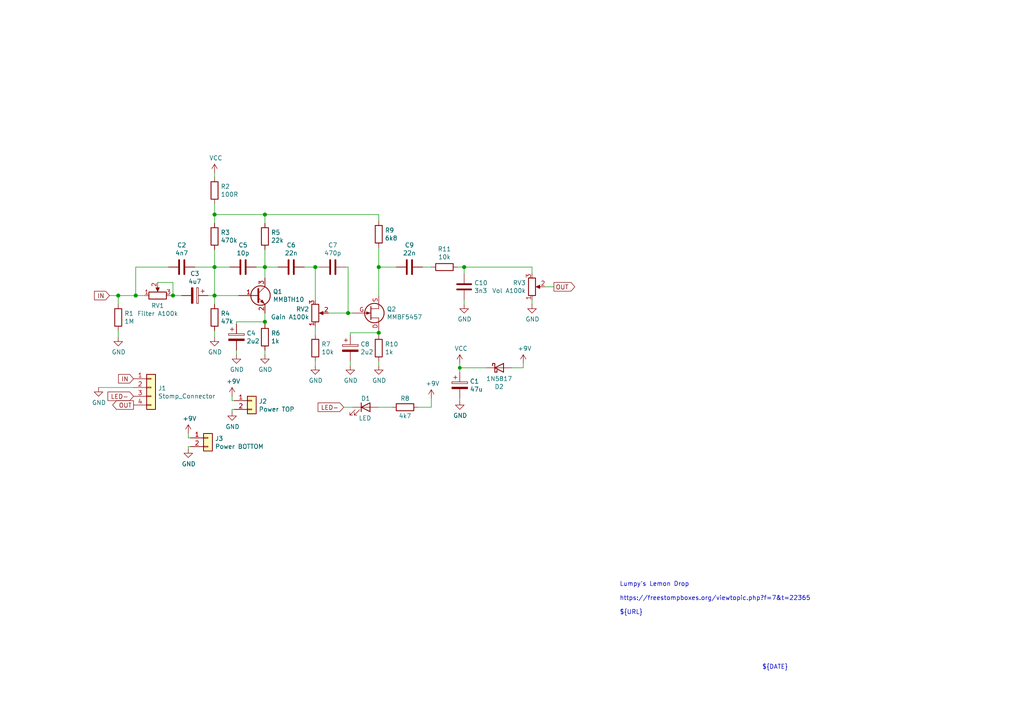
<source format=kicad_sch>
(kicad_sch (version 20211123) (generator eeschema)
  (paper "A4")
  (lib_symbols
    (symbol "Device:C" (pin_numbers hide) (pin_names (offset 0.254))
      (property "Reference" "C" (at 0.635 2.54 0))
      (property "Value" "C" (at 0.635 -2.54 0))
      (symbol "C_0_1"
        (polyline (pts (xy -2.032 -0.762) (xy 2.032 -0.762)) (stroke (width 0.508)))
        (polyline (pts (xy -2.032 0.762) (xy 2.032 0.762)) (stroke (width 0.508)))
      )
      (symbol "C_1_1"
        (pin passive line (at 0 3.81 270) (length 2.794) (name "~") (number "1"))
        (pin passive line (at 0 -3.81 90) (length 2.794) (name "~") (number "2"))
      )
    )
    (symbol "Device:CP" (pin_numbers hide) (pin_names (offset 0.254))
      (property "Reference" "C" (at 0.635 2.54 0))
      (property "Value" "CP" (at 0.635 -2.54 0))
      (symbol "CP_0_1"
        (rectangle (start -2.286 0.508) (end 2.286 1.016))
        (polyline (pts (xy -1.778 2.286) (xy -0.762 2.286)))
        (polyline (pts (xy -1.27 2.794) (xy -1.27 1.778)))
        (rectangle (start 2.286 -0.508) (end -2.286 -1.016) (fill (type outline)))
      )
      (symbol "CP_1_1"
        (pin passive line (at 0 3.81 270) (length 2.794) (name "~") (number "1"))
        (pin passive line (at 0 -3.81 90) (length 2.794) (name "~") (number "2"))
      )
    )
    (symbol "Device:LED" (pin_numbers hide) (pin_names (offset 1.016) hide)
      (property "Reference" "D" (at 0 2.54 0))
      (property "Value" "LED" (at 0 -2.54 0))
      (symbol "LED_0_1"
        (polyline (pts (xy -1.27 -1.27) (xy -1.27 1.27)) (stroke (width 0.254)))
        (polyline (pts (xy -1.27 0) (xy 1.27 0)))
        (polyline (pts (xy 1.27 -1.27) (xy 1.27 1.27) (xy -1.27 0) (xy 1.27 -1.27)) (stroke (width 0.254)))
        (polyline (pts (xy -3.048 -0.762) (xy -4.572 -2.286) (xy -3.81 -2.286) (xy -4.572 -2.286) (xy -4.572 -1.524)))
        (polyline (pts (xy -1.778 -0.762) (xy -3.302 -2.286) (xy -2.54 -2.286) (xy -3.302 -2.286) (xy -3.302 -1.524)))
      )
      (symbol "LED_1_1"
        (pin passive line (at -3.81 0 0) (length 2.54) (name "K") (number "1"))
        (pin passive line (at 3.81 0 180) (length 2.54) (name "A") (number "2"))
      )
    )
    (symbol "Device:R" (pin_numbers hide) (pin_names (offset 0))
      (property "Reference" "R" (at 2.032 0 90))
      (property "Value" "R" (at 0 0 90))
      (symbol "R_0_1"
        (rectangle (start -1.016 -2.54) (end 1.016 2.54) (stroke (width 0.254)))
      )
      (symbol "R_1_1"
        (pin passive line (at 0 3.81 270) (length 1.27) (name "~") (number "1"))
        (pin passive line (at 0 -3.81 90) (length 1.27) (name "~") (number "2"))
      )
    )
    (symbol "Device:R_POT" (pin_names (offset 1.016) hide)
      (property "Reference" "RV" (at -4.445 0 90))
      (property "Value" "R_POT" (at -2.54 0 90))
      (symbol "R_POT_0_1"
        (polyline (pts (xy 2.54 0) (xy 1.524 0)))
        (polyline (pts (xy 1.143 0) (xy 2.286 0.508) (xy 2.286 -0.508) (xy 1.143 0)) (fill (type outline)))
        (rectangle (start 1.016 2.54) (end -1.016 -2.54) (stroke (width 0.254)))
      )
      (symbol "R_POT_1_1"
        (pin passive line (at 0 3.81 270) (length 1.27) (name "1") (number "1"))
        (pin passive line (at 3.81 0 180) (length 1.27) (name "2") (number "2"))
        (pin passive line (at 0 -3.81 90) (length 1.27) (name "3") (number "3"))
      )
    )
    (symbol "Diode:1N5817" (pin_numbers hide) (pin_names (offset 1.016) hide)
      (property "Reference" "D" (at 0 2.54 0))
      (property "Value" "1N5817" (at 0 -2.54 0))
      (symbol "1N5817_0_1"
        (polyline (pts (xy 1.27 0) (xy -1.27 0)))
        (polyline (pts (xy 1.27 1.27) (xy 1.27 -1.27) (xy -1.27 0) (xy 1.27 1.27)) (stroke (width 0.254)))
        (polyline (pts (xy -1.905 0.635) (xy -1.905 1.27) (xy -1.27 1.27) (xy -1.27 -1.27) (xy -0.635 -1.27) (xy -0.635 -0.635)) (stroke (width 0.254)))
      )
      (symbol "1N5817_1_1"
        (pin passive line (at -3.81 0 0) (length 2.54) (name "K") (number "1"))
        (pin passive line (at 3.81 0 180) (length 2.54) (name "A") (number "2"))
      )
    )
    (symbol "gota-de-limon-rescue:MMBF5457-rockola_kicad_symbols" (pin_names (offset 0) hide)
      (property "Reference" "Q" (at 5.08 1.27 0))
      (property "Value" "MMBF5457-rockola_kicad_symbols" (at 5.08 -1.27 0))
      (symbol "MMBF5457-rockola_kicad_symbols_0_1"
        (polyline (pts (xy 0.254 1.905) (xy 0.254 -1.905) (xy 0.254 -1.905)) (stroke (width 0.254)))
        (polyline (pts (xy 2.54 -2.54) (xy 2.54 -1.27) (xy 0.254 -1.27)))
        (polyline (pts (xy 2.54 2.54) (xy 2.54 1.397) (xy 0.254 1.397)))
        (polyline (pts (xy 0 0) (xy -1.016 0.381) (xy -1.016 -0.381) (xy 0 0)) (fill (type outline)))
        (circle (center 1.27 0) (radius 2.8194) (stroke (width 0.254)))
      )
      (symbol "MMBF5457-rockola_kicad_symbols_1_1"
        (pin passive line (at 2.54 5.08 270) (length 2.54) (name "D") (number "D"))
        (pin input line (at -5.08 0 0) (length 5.334) (name "G") (number "G"))
        (pin passive line (at 2.54 -5.08 90) (length 2.54) (name "S") (number "S"))
      )
    )
    (symbol "gota-de-limon-rescue:Power_Connector-rockola_kicad_symbols" (pin_names (offset 1.016) hide)
      (property "Reference" "J" (at 0 2.54 0))
      (property "Value" "Power_Connector-rockola_kicad_symbols" (at 0 -5.08 0))
      (symbol "Power_Connector-rockola_kicad_symbols_1_1"
        (rectangle (start -1.27 -2.413) (end 0 -2.667) (stroke (width 0.1524)))
        (rectangle (start -1.27 0.127) (end 0 -0.127) (stroke (width 0.1524)))
        (rectangle (start -1.27 1.27) (end 1.27 -3.81) (stroke (width 0.254)) (fill (type background)))
        (pin passive line (at -5.08 0 0) (length 3.81) (name "PWR") (number "1"))
        (pin passive line (at -5.08 -2.54 0) (length 3.81) (name "GND") (number "2"))
      )
    )
    (symbol "gota-de-limon-rescue:Stomp_Connector-rockola_kicad_symbols" (pin_names (offset 1.016) hide)
      (property "Reference" "J" (at 0 5.08 0))
      (property "Value" "Stomp_Connector-rockola_kicad_symbols" (at 0 -7.62 0))
      (symbol "Stomp_Connector-rockola_kicad_symbols_1_1"
        (rectangle (start -1.27 -4.953) (end 0 -5.207) (stroke (width 0.1524)))
        (rectangle (start -1.27 -2.413) (end 0 -2.667) (stroke (width 0.1524)))
        (rectangle (start -1.27 0.127) (end 0 -0.127) (stroke (width 0.1524)))
        (rectangle (start -1.27 2.667) (end 0 2.413) (stroke (width 0.1524)))
        (rectangle (start -1.27 3.81) (end 1.27 -6.35) (stroke (width 0.254)) (fill (type background)))
        (pin passive line (at -5.08 2.54 0) (length 3.81) (name "IN") (number "1"))
        (pin passive line (at -5.08 0 0) (length 3.81) (name "GND") (number "2"))
        (pin passive line (at -5.08 -2.54 0) (length 3.81) (name "SW") (number "3"))
        (pin passive line (at -5.08 -5.08 0) (length 3.81) (name "OUT") (number "4"))
      )
    )
    (symbol "power:+9V" (power) (pin_names (offset 0))
      (property "Value" "+9V" (at 0 3.556 0))
      (symbol "+9V_0_1"
        (polyline (pts (xy -0.762 1.27) (xy 0 2.54)))
        (polyline (pts (xy 0 0) (xy 0 2.54)))
        (polyline (pts (xy 0 2.54) (xy 0.762 1.27)))
      )
      (symbol "+9V_1_1"
        (pin power_in line (at 0 0 90) (length 0) hide (name "+9V") (number "1"))
      )
    )
    (symbol "power:GND" (power) (pin_names (offset 0))
      (property "Value" "GND" (at 0 -3.81 0))
      (symbol "GND_0_1"
        (polyline (pts (xy 0 0) (xy 0 -1.27) (xy 1.27 -1.27) (xy 0 -2.54) (xy -1.27 -1.27) (xy 0 -1.27)))
      )
      (symbol "GND_1_1"
        (pin power_in line (at 0 0 270) (length 0) hide (name "GND") (number "1"))
      )
    )
    (symbol "power:VCC" (power) (pin_names (offset 0))
      (property "Value" "VCC" (at 0 3.81 0))
      (symbol "VCC_0_1"
        (polyline (pts (xy -0.762 1.27) (xy 0 2.54)))
        (polyline (pts (xy 0 0) (xy 0 2.54)))
        (polyline (pts (xy 0 2.54) (xy 0.762 1.27)))
      )
      (symbol "VCC_1_1"
        (pin power_in line (at 0 0 90) (length 0) hide (name "VCC") (number "1"))
      )
    )
    (symbol "rockola_symbols:MMBT5088" (pin_names (offset 0) hide)
      (property "Reference" "Q" (at 5.08 1.905 0))
      (property "Value" "MMBT5088" (at 5.08 0 0))
      (symbol "MMBT5088_0_1"
        (polyline (pts (xy 0.635 0.635) (xy 2.54 2.54)))
        (polyline (pts (xy 0.635 -0.635) (xy 2.54 -2.54) (xy 2.54 -2.54)))
        (polyline (pts (xy 0.635 1.905) (xy 0.635 -1.905) (xy 0.635 -1.905)) (stroke (width 0.508)))
        (polyline (pts (xy 1.27 -1.778) (xy 1.778 -1.27) (xy 2.286 -2.286) (xy 1.27 -1.778) (xy 1.27 -1.778)) (fill (type outline)))
        (circle (center 1.27 0) (radius 2.8194) (stroke (width 0.254)))
      )
      (symbol "MMBT5088_1_1"
        (pin passive line (at -5.08 0 0) (length 5.715) (name "B") (number "1"))
        (pin passive line (at 2.54 -5.08 90) (length 2.54) (name "E") (number "2"))
        (pin passive line (at 2.54 5.08 270) (length 2.54) (name "C") (number "3"))
      )
    )
  )
  (junction (at 76.835 62.23) (diameter 1.016))
  (junction (at 133.35 106.68) (diameter 0.9144))
  (junction (at 62.23 85.725) (diameter 1.016))
  (junction (at 76.835 93.345) (diameter 1.016))
  (junction (at 39.37 85.725) (diameter 1.016))
  (junction (at 109.855 77.47) (diameter 1.016))
  (junction (at 62.23 77.47) (diameter 1.016))
  (junction (at 109.855 96.52) (diameter 1.016))
  (junction (at 50.165 85.725) (diameter 1.016))
  (junction (at 62.23 62.23) (diameter 1.016))
  (junction (at 76.835 77.47) (diameter 1.016))
  (junction (at 34.29 85.725) (diameter 1.016))
  (junction (at 100.965 90.805) (diameter 1.016))
  (junction (at 134.62 77.47) (diameter 1.016))
  (junction (at 91.44 77.47) (diameter 1.016))
  (wire (pts (xy 109.855 77.47) (xy 114.935 77.47)))
  (wire (pts (xy 56.515 77.47) (xy 62.23 77.47)))
  (wire (pts (xy 133.35 106.68) (xy 133.35 107.95)))
  (wire (pts (xy 67.31 118.745) (xy 67.945 118.745)))
  (wire (pts (xy 125.095 115.57) (xy 125.095 118.11)))
  (wire (pts (xy 39.37 85.725) (xy 41.91 85.725)))
  (wire (pts (xy 39.37 77.47) (xy 39.37 85.725)))
  (wire (pts (xy 76.835 77.47) (xy 76.835 80.645)))
  (wire (pts (xy 109.855 104.775) (xy 109.855 106.045)))
  (wire (pts (xy 50.165 81.915) (xy 50.165 85.725)))
  (wire (pts (xy 95.25 90.805) (xy 100.965 90.805)))
  (wire (pts (xy 62.23 64.77) (xy 62.23 62.23)))
  (wire (pts (xy 45.72 81.915) (xy 50.165 81.915)))
  (wire (pts (xy 154.305 77.47) (xy 134.62 77.47)))
  (wire (pts (xy 54.61 127) (xy 55.245 127)))
  (wire (pts (xy 62.23 77.47) (xy 62.23 85.725)))
  (wire (pts (xy 100.965 90.805) (xy 102.235 90.805)))
  (wire (pts (xy 68.58 93.98) (xy 68.58 93.345)))
  (wire (pts (xy 91.44 77.47) (xy 92.71 77.47)))
  (wire (pts (xy 109.855 77.47) (xy 109.855 85.725)))
  (wire (pts (xy 100.965 77.47) (xy 100.33 77.47)))
  (wire (pts (xy 62.23 85.725) (xy 60.325 85.725)))
  (wire (pts (xy 76.835 72.39) (xy 76.835 77.47)))
  (wire (pts (xy 34.29 95.885) (xy 34.29 97.79)))
  (wire (pts (xy 67.31 114.935) (xy 67.31 116.205)))
  (wire (pts (xy 158.115 83.185) (xy 160.655 83.185)))
  (wire (pts (xy 148.59 106.68) (xy 151.765 106.68)))
  (wire (pts (xy 74.295 77.47) (xy 76.835 77.47)))
  (wire (pts (xy 62.23 72.39) (xy 62.23 77.47)))
  (wire (pts (xy 134.62 79.375) (xy 134.62 77.47)))
  (wire (pts (xy 68.58 101.6) (xy 68.58 102.87)))
  (wire (pts (xy 101.6 97.155) (xy 101.6 96.52)))
  (wire (pts (xy 62.23 77.47) (xy 66.675 77.47)))
  (wire (pts (xy 91.44 77.47) (xy 88.265 77.47)))
  (wire (pts (xy 68.58 93.345) (xy 76.835 93.345)))
  (wire (pts (xy 109.855 71.755) (xy 109.855 77.47)))
  (wire (pts (xy 62.23 95.885) (xy 62.23 97.79)))
  (wire (pts (xy 48.895 77.47) (xy 39.37 77.47)))
  (wire (pts (xy 62.23 85.725) (xy 62.23 88.265)))
  (wire (pts (xy 34.29 85.725) (xy 31.75 85.725)))
  (wire (pts (xy 91.44 86.995) (xy 91.44 77.47)))
  (wire (pts (xy 109.855 62.23) (xy 76.835 62.23)))
  (wire (pts (xy 34.29 85.725) (xy 39.37 85.725)))
  (wire (pts (xy 62.23 50.165) (xy 62.23 51.435)))
  (wire (pts (xy 133.35 105.41) (xy 133.35 106.68)))
  (wire (pts (xy 100.965 90.805) (xy 100.965 77.47)))
  (wire (pts (xy 76.835 62.23) (xy 76.835 64.77)))
  (wire (pts (xy 109.855 95.885) (xy 109.855 96.52)))
  (wire (pts (xy 62.23 85.725) (xy 69.215 85.725)))
  (wire (pts (xy 62.23 62.23) (xy 76.835 62.23)))
  (wire (pts (xy 28.575 112.395) (xy 38.735 112.395)))
  (wire (pts (xy 109.855 96.52) (xy 109.855 97.155)))
  (wire (pts (xy 151.765 106.68) (xy 151.765 105.41)))
  (wire (pts (xy 54.61 129.54) (xy 55.245 129.54)))
  (wire (pts (xy 99.695 118.11) (xy 102.235 118.11)))
  (wire (pts (xy 34.29 88.265) (xy 34.29 85.725)))
  (wire (pts (xy 133.35 106.68) (xy 140.97 106.68)))
  (wire (pts (xy 101.6 96.52) (xy 109.855 96.52)))
  (wire (pts (xy 49.53 85.725) (xy 50.165 85.725)))
  (wire (pts (xy 122.555 77.47) (xy 125.095 77.47)))
  (wire (pts (xy 154.305 86.995) (xy 154.305 88.265)))
  (wire (pts (xy 67.31 118.745) (xy 67.31 119.38)))
  (wire (pts (xy 101.6 104.775) (xy 101.6 106.045)))
  (wire (pts (xy 76.835 90.805) (xy 76.835 93.345)))
  (wire (pts (xy 76.835 101.6) (xy 76.835 102.87)))
  (wire (pts (xy 134.62 86.995) (xy 134.62 88.265)))
  (wire (pts (xy 134.62 77.47) (xy 132.715 77.47)))
  (wire (pts (xy 76.835 93.345) (xy 76.835 93.98)))
  (wire (pts (xy 62.23 59.055) (xy 62.23 62.23)))
  (wire (pts (xy 54.61 125.73) (xy 54.61 127)))
  (wire (pts (xy 67.31 116.205) (xy 67.945 116.205)))
  (wire (pts (xy 109.855 64.135) (xy 109.855 62.23)))
  (wire (pts (xy 54.61 129.54) (xy 54.61 130.175)))
  (wire (pts (xy 91.44 94.615) (xy 91.44 97.155)))
  (wire (pts (xy 76.835 77.47) (xy 80.645 77.47)))
  (wire (pts (xy 50.165 85.725) (xy 52.705 85.725)))
  (wire (pts (xy 133.35 115.57) (xy 133.35 116.205)))
  (wire (pts (xy 154.305 79.375) (xy 154.305 77.47)))
  (wire (pts (xy 109.855 118.11) (xy 113.665 118.11)))
  (wire (pts (xy 91.44 104.775) (xy 91.44 106.045)))
  (wire (pts (xy 125.095 118.11) (xy 121.285 118.11)))
  (text "${DATE}\n" (at 228.6 194.31 180) (effects (font (size 1.27 1.27)) (justify right bottom)))
  (text "${TITLE}" (at 236.22 191.135 180) (effects (font (size 2.007 2.007)) (justify right bottom)))
  (text "Lumpy's Lemon Drop\n\nhttps://freestompboxes.org/viewtopic.php?f=7&t=22365\n\n${URL}" (at 179.705 178.435 0) (effects (font (size 1.27 1.27)) (justify left bottom)))
  (text "${REVISION}" (at 274.955 193.675 180) (effects (font (size 1.27 1.27)) (justify right bottom)))
  (global_label "LED-" (shape input) (at 99.695 118.11 180) (property "Intersheet References" "${INTERSHEET_REFS}" (effects hide)))
  (global_label "OUT" (shape output) (at 160.655 83.185 0) (property "Intersheet References" "${INTERSHEET_REFS}" (effects hide)))
  (global_label "LED-" (shape input) (at 38.735 114.935 180) (property "Intersheet References" "${INTERSHEET_REFS}" (effects hide)))
  (global_label "OUT" (shape output) (at 38.735 117.475 180) (property "Intersheet References" "${INTERSHEET_REFS}" (effects hide)))
  (global_label "IN" (shape input) (at 31.75 85.725 180) (property "Intersheet References" "${INTERSHEET_REFS}" (effects hide)))
  (global_label "IN" (shape input) (at 38.735 109.855 180) (property "Intersheet References" "${INTERSHEET_REFS}" (effects hide)))
  (symbol (lib_id "gota-de-limon-rescue:Stomp_Connector-rockola_kicad_symbols") (at 43.815 112.395 0) (unit 1)
    (property "Reference" "J1" (at 45.847 112.5982 0) (effects (justify left)))
    (property "Value" "Stomp_Connector" (at 45.847 114.9096 0) (effects (justify left)))
    (property "Footprint" "rockola_kicad_footprints:Stomp_4pin" (effects hide))
  )
  (symbol (lib_id "power:GND") (at 28.575 112.395 0) (unit 1)
    (property "Reference" "#PWR01" (effects hide))
    (property "Value" "GND" (at 28.702 116.7892 0))
  )
  (symbol (lib_id "gota-de-limon-rescue:Power_Connector-rockola_kicad_symbols") (at 73.025 116.205 0) (unit 1)
    (property "Reference" "J2" (at 75.057 116.4082 0) (effects (justify left)))
    (property "Value" "Power TOP" (at 75.057 118.7196 0) (effects (justify left)))
    (property "Footprint" "rockola_kicad_footprints:Power_Header_2pin" (effects hide))
  )
  (symbol (lib_id "power:GND") (at 67.31 119.38 0) (unit 1)
    (property "Reference" "#PWR03" (effects hide))
    (property "Value" "GND" (at 67.437 123.7742 0))
  )
  (symbol (lib_id "Device:LED") (at 106.045 118.11 0) (unit 1)
    (property "Reference" "D1" (at 106.045 115.57 0))
    (property "Value" "LED" (at 105.8672 121.285 0))
    (property "Footprint" "LED_THT:LED_D3.0mm" (effects hide))
  )
  (symbol (lib_id "Device:R") (at 117.475 118.11 90) (unit 1)
    (property "Reference" "R8" (at 117.475 115.57 90))
    (property "Value" "4k7" (at 117.475 120.65 90))
    (property "Footprint" "rockola_kicad_footprints:R_DIN0207" (effects hide))
  )
  (symbol (lib_id "Diode:1N5817") (at 144.78 106.68 0) (unit 1)
    (property "Reference" "D2" (at 144.78 112.1664 0))
    (property "Value" "1N5817" (at 144.78 109.855 0))
    (property "Footprint" "Diode_THT:D_DO-41_SOD81_P7.62mm_Horizontal" (effects hide))
    (property "Datasheet" "http://www.vishay.com/docs/88525/1n5817.pdf" (effects hide))
  )
  (symbol (lib_id "power:+9V") (at 151.765 105.41 0) (unit 1)
    (property "Reference" "#PWR017" (effects hide))
    (property "Value" "+9V" (at 152.146 101.092 0))
  )
  (symbol (lib_id "Device:R") (at 34.29 92.075 0) (unit 1)
    (property "Reference" "R1" (at 36.068 90.932 0) (effects (justify left)))
    (property "Value" "1M" (at 36.068 93.218 0) (effects (justify left)))
    (property "Footprint" "rockola_kicad_footprints:R_DIN0207" (effects hide))
  )
  (symbol (lib_id "power:GND") (at 34.29 97.79 0) (unit 1)
    (property "Reference" "#PWR02" (effects hide))
    (property "Value" "GND" (at 34.417 102.108 0))
  )
  (symbol (lib_id "Device:R_POT") (at 45.72 85.725 90) (unit 1)
    (property "Reference" "RV1" (at 45.72 88.646 90))
    (property "Value" "Filter A100k" (at 45.72 90.9574 90))
    (property "Footprint" "rockola_kicad_footprints:16mm_BoardMount" (effects hide))
  )
  (symbol (lib_id "Device:CP") (at 56.515 85.725 270) (unit 1)
    (property "Reference" "C3" (at 56.515 79.3496 90))
    (property "Value" "4u7" (at 56.515 81.661 90))
    (property "Footprint" "rockola_kicad_footprints:CP_D5.0_P2.50" (effects hide))
  )
  (symbol (lib_id "Device:C") (at 52.705 77.47 90) (unit 1)
    (property "Reference" "C2" (at 52.705 71.0946 90))
    (property "Value" "4n7" (at 52.705 73.406 90))
    (property "Footprint" "rockola_kicad_footprints:C_Box_7.2_2.5" (effects hide))
  )
  (symbol (lib_id "rockola_symbols:MMBT5088") (at 74.295 85.725 0) (unit 1)
    (property "Reference" "Q1" (at 79.1464 84.582 0) (effects (justify left)))
    (property "Value" "MMBTH10" (at 79.1464 86.868 0) (effects (justify left)))
    (property "Footprint" "Package_TO_SOT_SMD:SOT-23" (effects hide))
    (property "Datasheet" "https://www.fairchildsemi.com/datasheets/2N/2N3904.pdf" (effects hide))
  )
  (symbol (lib_id "Device:R") (at 62.23 92.075 0) (unit 1)
    (property "Reference" "R4" (at 64.008 90.932 0) (effects (justify left)))
    (property "Value" "47k" (at 64.008 93.218 0) (effects (justify left)))
    (property "Footprint" "rockola_kicad_footprints:R_DIN0207" (effects hide))
  )
  (symbol (lib_id "power:GND") (at 62.23 97.79 0) (unit 1)
    (property "Reference" "#PWR07" (effects hide))
    (property "Value" "GND" (at 62.357 102.108 0))
  )
  (symbol (lib_id "Device:R") (at 62.23 68.58 0) (unit 1)
    (property "Reference" "R3" (at 64.008 67.437 0) (effects (justify left)))
    (property "Value" "470k" (at 64.008 69.723 0) (effects (justify left)))
    (property "Footprint" "rockola_kicad_footprints:R_DIN0207" (effects hide))
  )
  (symbol (lib_id "Device:C") (at 70.485 77.47 90) (unit 1)
    (property "Reference" "C5" (at 70.485 71.0946 90))
    (property "Value" "10p" (at 70.485 73.406 90))
    (property "Footprint" "rockola_kicad_footprints:C_Box_7.2_2.5" (effects hide))
  )
  (symbol (lib_id "Device:R") (at 76.835 68.58 0) (unit 1)
    (property "Reference" "R5" (at 78.613 67.437 0) (effects (justify left)))
    (property "Value" "22k" (at 78.613 69.723 0) (effects (justify left)))
    (property "Footprint" "rockola_kicad_footprints:R_DIN0207" (effects hide))
  )
  (symbol (lib_id "Device:R") (at 76.835 97.79 0) (unit 1)
    (property "Reference" "R6" (at 78.613 96.647 0) (effects (justify left)))
    (property "Value" "1k" (at 78.613 98.933 0) (effects (justify left)))
    (property "Footprint" "rockola_kicad_footprints:R_DIN0207" (effects hide))
  )
  (symbol (lib_id "power:GND") (at 76.835 102.87 0) (unit 1)
    (property "Reference" "#PWR09" (effects hide))
    (property "Value" "GND" (at 76.962 107.188 0))
  )
  (symbol (lib_id "Device:CP") (at 68.58 97.79 0) (unit 1)
    (property "Reference" "C4" (at 71.501 96.647 0) (effects (justify left)))
    (property "Value" "2u2" (at 71.501 98.933 0) (effects (justify left)))
    (property "Footprint" "rockola_kicad_footprints:CP_D5.0_P2.50" (effects hide))
  )
  (symbol (lib_id "power:GND") (at 68.58 102.87 0) (unit 1)
    (property "Reference" "#PWR08" (effects hide))
    (property "Value" "GND" (at 68.707 107.188 0))
  )
  (symbol (lib_id "Device:C") (at 84.455 77.47 90) (unit 1)
    (property "Reference" "C6" (at 84.455 71.0946 90))
    (property "Value" "22n" (at 84.455 73.406 90))
    (property "Footprint" "rockola_kicad_footprints:C_Box_7.2_2.5" (effects hide))
  )
  (symbol (lib_id "Device:C") (at 96.52 77.47 90) (unit 1)
    (property "Reference" "C7" (at 96.52 71.0946 90))
    (property "Value" "470p" (at 96.52 73.406 90))
    (property "Footprint" "rockola_kicad_footprints:C_Box_7.2_2.5" (effects hide))
  )
  (symbol (lib_id "Device:R_POT") (at 91.44 90.805 0) (mirror x) (unit 1)
    (property "Reference" "RV2" (at 89.662 89.662 0) (effects (justify right)))
    (property "Value" "Gain A100k" (at 89.662 91.948 0) (effects (justify right)))
    (property "Footprint" "rockola_kicad_footprints:16mm_BoardMount" (effects hide))
  )
  (symbol (lib_id "Device:R") (at 91.44 100.965 0) (unit 1)
    (property "Reference" "R7" (at 93.218 99.822 0) (effects (justify left)))
    (property "Value" "10k" (at 93.218 102.108 0) (effects (justify left)))
    (property "Footprint" "rockola_kicad_footprints:R_DIN0207" (effects hide))
  )
  (symbol (lib_id "power:GND") (at 91.44 106.045 0) (unit 1)
    (property "Reference" "#PWR010" (effects hide))
    (property "Value" "GND" (at 91.567 110.363 0))
  )
  (symbol (lib_id "gota-de-limon-rescue:MMBF5457-rockola_kicad_symbols") (at 107.315 90.805 0) (mirror x) (unit 1)
    (property "Reference" "Q2" (at 112.1664 89.662 0) (effects (justify left)))
    (property "Value" "MMBF5457" (at 112.1664 91.948 0) (effects (justify left)))
    (property "Footprint" "rockola_kicad_footprints:SOT-23_NJFET_DSG_Handsoldering" (effects hide))
  )
  (symbol (lib_id "Device:R") (at 109.855 67.945 0) (unit 1)
    (property "Reference" "R9" (at 111.633 66.802 0) (effects (justify left)))
    (property "Value" "6k8" (at 111.633 69.088 0) (effects (justify left)))
    (property "Footprint" "rockola_kicad_footprints:R_DIN0207" (effects hide))
  )
  (symbol (lib_id "Device:R") (at 109.855 100.965 0) (unit 1)
    (property "Reference" "R10" (at 111.633 99.822 0) (effects (justify left)))
    (property "Value" "1k" (at 111.633 102.108 0) (effects (justify left)))
    (property "Footprint" "rockola_kicad_footprints:R_DIN0207" (effects hide))
  )
  (symbol (lib_id "power:GND") (at 109.855 106.045 0) (unit 1)
    (property "Reference" "#PWR012" (effects hide))
    (property "Value" "GND" (at 109.982 110.363 0))
  )
  (symbol (lib_id "Device:CP") (at 101.6 100.965 0) (unit 1)
    (property "Reference" "C8" (at 104.521 99.822 0) (effects (justify left)))
    (property "Value" "2u2" (at 104.521 102.108 0) (effects (justify left)))
    (property "Footprint" "rockola_kicad_footprints:CP_D5.0_P2.50" (effects hide))
  )
  (symbol (lib_id "power:GND") (at 101.6 106.045 0) (unit 1)
    (property "Reference" "#PWR011" (effects hide))
    (property "Value" "GND" (at 101.727 110.363 0))
  )
  (symbol (lib_id "Device:C") (at 118.745 77.47 90) (unit 1)
    (property "Reference" "C9" (at 118.745 71.0946 90))
    (property "Value" "22n" (at 118.745 73.406 90))
    (property "Footprint" "rockola_kicad_footprints:C_Box_7.2_2.5" (effects hide))
  )
  (symbol (lib_id "Device:R") (at 128.905 77.47 90) (unit 1)
    (property "Reference" "R11" (at 128.905 72.2376 90))
    (property "Value" "10k" (at 128.905 74.549 90))
    (property "Footprint" "rockola_kicad_footprints:R_DIN0207" (effects hide))
  )
  (symbol (lib_id "Device:C") (at 134.62 83.185 0) (unit 1)
    (property "Reference" "C10" (at 137.541 82.042 0) (effects (justify left)))
    (property "Value" "3n3" (at 137.541 84.328 0) (effects (justify left)))
    (property "Footprint" "rockola_kicad_footprints:C_Box_7.2_2.5" (effects hide))
  )
  (symbol (lib_id "power:GND") (at 134.62 88.265 0) (unit 1)
    (property "Reference" "#PWR015" (effects hide))
    (property "Value" "GND" (at 134.747 92.583 0))
  )
  (symbol (lib_id "Device:R_POT") (at 154.305 83.185 0) (mirror x) (unit 1)
    (property "Reference" "RV3" (at 152.527 82.042 0) (effects (justify right)))
    (property "Value" "Vol A100k" (at 152.527 84.328 0) (effects (justify right)))
    (property "Footprint" "rockola_kicad_footprints:16mm_BoardMount" (effects hide))
  )
  (symbol (lib_id "power:GND") (at 154.305 88.265 0) (unit 1)
    (property "Reference" "#PWR016" (effects hide))
    (property "Value" "GND" (at 154.432 92.583 0))
  )
  (symbol (lib_id "power:VCC") (at 62.23 50.165 0) (unit 1)
    (property "Reference" "#PWR0101" (effects hide))
    (property "Value" "VCC" (at 62.5983 45.8406 0))
  )
  (symbol (lib_id "power:+9V") (at 67.31 114.935 0) (unit 1)
    (property "Reference" "#PWR0102" (effects hide))
    (property "Value" "+9V" (at 67.6783 110.6106 0))
  )
  (symbol (lib_id "power:VCC") (at 133.35 105.41 0) (unit 1)
    (property "Reference" "#PWR0103" (effects hide))
    (property "Value" "VCC" (at 133.7183 101.0856 0))
  )
  (symbol (lib_id "power:+9V") (at 125.095 115.57 0) (unit 1)
    (property "Reference" "#PWR0104" (effects hide))
    (property "Value" "+9V" (at 125.4633 111.2456 0))
  )
  (symbol (lib_id "power:GND") (at 133.35 116.205 0) (unit 1)
    (property "Reference" "#PWR0105" (effects hide))
    (property "Value" "GND" (at 133.4643 120.5294 0))
  )
  (symbol (lib_id "Device:R") (at 62.23 55.245 0) (unit 1)
    (property "Reference" "R2" (at 64.0081 54.0956 0) (effects (justify left)))
    (property "Value" "100R" (at 64.0081 56.3943 0) (effects (justify left)))
    (property "Footprint" "rockola_kicad_footprints:R_DIN0207" (effects hide))
  )
  (symbol (lib_id "power:GND") (at 54.61 130.175 0) (unit 1)
    (property "Reference" "#PWR05" (effects hide))
    (property "Value" "GND" (at 54.737 134.5692 0))
  )
  (symbol (lib_id "gota-de-limon-rescue:Power_Connector-rockola_kicad_symbols") (at 60.325 127 0) (unit 1)
    (property "Reference" "J3" (at 62.357 127.2032 0) (effects (justify left)))
    (property "Value" "Power BOTTOM" (at 62.357 129.5146 0) (effects (justify left)))
    (property "Footprint" "rockola_kicad_footprints:Power_Header_2pin" (effects hide))
  )
  (symbol (lib_id "power:+9V") (at 54.61 125.73 0) (unit 1)
    (property "Reference" "#PWR04" (effects hide))
    (property "Value" "+9V" (at 54.9783 121.4056 0))
  )
  (symbol (lib_id "Device:CP") (at 133.35 111.76 0) (unit 1)
    (property "Reference" "C1" (at 136.271 110.611 0) (effects (justify left)))
    (property "Value" "47u" (at 136.2711 112.9093 0) (effects (justify left)))
    (property "Footprint" "rockola_kicad_footprints:CP_D5.0_P2.50" (effects hide))
  )
)
</source>
